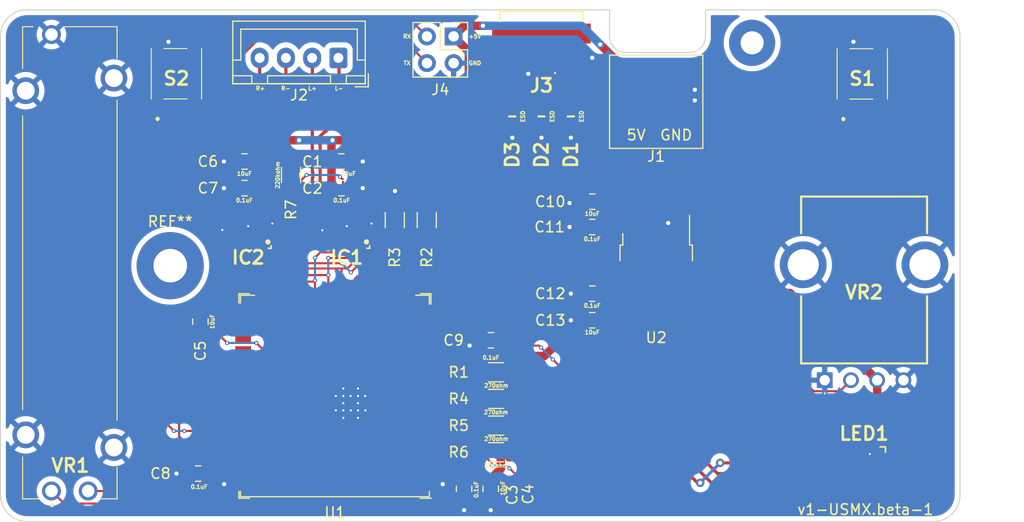
<source format=kicad_pcb>
(kicad_pcb (version 20211014) (generator pcbnew)
  (layers (0 "F.Cu" signal) (31 "B.Cu" signal) (34 "B.Paste" user) (35 "F.Paste" user) (36 "B.SilkS" user "B.Silkscreen") (37 "F.SilkS" user "F.Silkscreen") (38 "B.Mask" user) (39 "F.Mask" user) (44 "Edge.Cuts" user))
  (net 0 "")
  (net 1 "+5V")
  (net 2 "GND")
  (net 3 "+3.3V")
  (net 4 "/RESET")
  (net 7 "/RST_TO_PRGM")
  (net 8 "/GPIO19_USB_D-")
  (net 9 "/GPIO20_USB_D+")
  (net 12 "/DIN_GPIO12")
  (net 13 "/GAIN_SLOT")
  (net 14 "/SD_MODE_GPIO11")
  (net 15 "/LEFT_SPK-")
  (net 16 "/LEFT_SPK+")
  (net 17 "/LRCLK_GPIO14")
  (net 18 "/BCLK_GPIO13")
  (net 19 "Net-(IC2-Pad4)")
  (net 27 "/RIGHT_SPK-")
  (net 28 "/RIGHT_SPK+")
  (net 34 "/U0RXD_TX")
  (net 35 "/U0TXD_RX")
  (net 36 "Net-(LED1-Pad2)")
  (net 41 "Net-(LED1-Pad3)")
  (net 50 "Net-(LED1-Pad4)")
  (net 51 "/LED_BLUE_GPIO6")
  (net 53 "/LED_GREEN_GPIO5")
  (net 54 "/LED_RED_GPIO4")
  (net 59 "/S_POT_GPIO02")
  (net 61 "/V_POT_GPIO08")
  (footprint "Capacitor_SMD:C_0805_2012Metric" (layer "F.Cu") (at 154.94 100.965 180)
    (fp_text reference "C11")
    (fp_text value "0.1uF")
  )
  (footprint "Resistor_SMD:R_1206_3216Metric" (layer "F.Cu") (at 126.238 96.012 -90)
    (fp_text reference "R7")
    (fp_text value "220k_ohm")
  )
  (footprint "my-footprints:101181920002LF" (layer "F.Cu") (at 150.104 82.9056 180)
    (fp_text reference "J3")
    (fp_text value "10118192-0002LF" hide)
  )
  (footprint "MAX98357AETE+T:QFN50P300X300X80-17N" (layer "F.Cu") (at 131.55 100.884 180)
    (fp_text reference "IC1")
    (fp_text value "MAX98357AETE+T (L)" hide)
  )
  (footprint "Espressif:ESP32-S3-WROOM-1U" (layer "F.Cu") (at 130.42 117.216 180)
    (fp_text reference "U1")
    (fp_text value "ESP32-S3-WROOM-1")
  )
  (footprint "Capacitor_SMD:C_0805_2012Metric" (layer "F.Cu") (at 117.602 109.982 90)
    (fp_text reference "C5")
    (fp_text value "10uF")
  )
  (footprint "Capacitor_SMD:C_0805_2012Metric" (layer "F.Cu") (at 154.94 109.855 180)
    (fp_text reference "C13")
    (fp_text value "10uF")
  )
  (footprint "Resistor_SMD:R_1206_3216Metric" (layer "F.Cu") (at 136.122 100.31 -90)
    (fp_text reference "R3")
    (fp_text value "GAIN SELECT LOW")
  )
  (footprint "my-footprints:PTA30432015DPB104" (layer "F.Cu") (at 103.406 126.123 90)
    (fp_text reference "VR1")
    (fp_text value "PTA3043-2015DPB104" hide)
  )
  (footprint "my-footprints:CUSTOM_5V_SOLDER_PADS" (layer "F.Cu") (at 160.401 88.392)
    (fp_text reference "J1")
    (fp_text value "+5v_POWER")
  )
  (footprint "Capacitor_SMD:C_0805_2012Metric" (layer "F.Cu") (at 154.94 107.315 180)
    (fp_text reference "C12")
    (fp_text value "0.1uF")
  )
  (footprint "Resistor_SMD:R_1206_3216Metric" (layer "F.Cu") (at 139.17 100.31 -90)
    (fp_text reference "R2")
    (fp_text value "GAIN SELECT HIGH")
  )
  (footprint "Capacitor_SMD:C_0805_2012Metric" (layer "F.Cu") (at 131.042 97.262)
    (fp_text reference "C2")
    (fp_text value "0.1uF")
  )
  (footprint "my-footprints:PTS526SM08SMTR2LFS" (layer "F.Cu") (at 115.316 86.36 90)
    (fp_text reference "S2")
    (fp_text value "PTS526_SM08_SMTR2_LFS" hide)
  )
  (footprint "Capacitor_SMD:C_0805_2012Metric" (layer "F.Cu") (at 117.392 124.46 180)
    (fp_text reference "C8")
    (fp_text value "0.1uF")
  )
  (footprint "Capacitor_SMD:C_0805_2012Metric" (layer "F.Cu") (at 121.807 94.722 180)
    (fp_text reference "C6")
    (fp_text value "10uF")
  )
  (footprint "" (layer "F.Cu") (at 170.18 83.4136)
    (fp_text reference "")
    (fp_text value "")
  )
  (footprint "my-footprints:PTS526SM08SMTR2LFS" (layer "F.Cu") (at 180.675 86.375 90)
    (fp_text reference "S1")
    (fp_text value "PTS526_SM08_SMTR2_LFS" hide)
  )
  (footprint "MAX98357AETE+T:QFN50P300X300X80-17N" (layer "F.Cu") (at 122.156 100.884 180)
    (fp_text reference "IC2")
    (fp_text value "MAX98357AETE+T (R)" hide)
  )
  (footprint "Resistor_SMD:R_1206_3216Metric" (layer "F.Cu") (at 145.774 122.428 180)
    (fp_text reference "R6")
    (fp_text value "10k_ohm")
  )
  (footprint "my-footprints:DIONC1608X70N" (layer "F.Cu") (at 147.32 90.424 -90)
    (fp_text reference "D3")
    (fp_text value "GG060305100N2P" hide)
  )
  (footprint "Capacitor_SMD:C_0805_2012Metric" (layer "F.Cu") (at 121.807 97.262 180)
    (fp_text reference "C7")
    (fp_text value "0.1uF")
  )
  (footprint "my-footprints:P110KH10F15BR10K" (layer "F.Cu") (at 177.098 115.563)
    (fp_text reference "VR2")
    (fp_text value "P110KH1-0F15BR10K" hide)
  )
  (footprint "Resistor_SMD:R_1206_3216Metric" (layer "F.Cu") (at 145.774 117.348)
    (fp_text reference "R4")
    (fp_text value "270ohm")
  )
  (footprint "Capacitor_SMD:C_0805_2012Metric" (layer "F.Cu") (at 145.266 125.918 -90)
    (fp_text reference "C4")
    (fp_text value "10uF")
  )
  (footprint "Package_TO_SOT_SMD:TO-252-2" (layer "F.Cu") (at 161.036 105.156 -90)
    (fp_text reference "U2")
    (fp_text value "AZ1084-3.3")
  )
  (footprint "Connector_PinHeader_2.54mm:PinHeader_2x02_P2.54mm_Vertical" (layer "F.Cu") (at 141.732 82.804 -90)
    (fp_text reference "J4")
    (fp_text value "Serial_Breakout")
  )
  (footprint "my-footprints:DIONC1608X70N" (layer "F.Cu") (at 152.908 90.424 -90)
    (fp_text reference "D1")
    (fp_text value "GG060305100N2P" hide)
  )
  (footprint "Capacitor_SMD:C_0805_2012Metric" (layer "F.Cu") (at 131.042 94.722)
    (fp_text reference "C1")
    (fp_text value "10uF")
  )
  (footprint "Capacitor_SMD:C_0805_2012Metric" (layer "F.Cu") (at 145.288 111.76 180)
    (fp_text reference "C9")
    (fp_text value "0.1uF")
  )
  (footprint "Connector_JST:JST_XH_B4B-XH-A_1x04_P2.50mm_Vertical" (layer "F.Cu") (at 130.75 84.853 180)
    (fp_text reference "J2")
    (fp_text value "Conn_01x04")
  )
  (footprint "MountingHole:MountingHole_3.2mm_M3_Pad" (layer "F.Cu") (at 114.72472 104.648)
    (fp_text reference "REF**")
    (fp_text value "MountingHole_3.2mm_M3_Pad")
  )
  (footprint "Capacitor_SMD:C_0805_2012Metric" (layer "F.Cu") (at 142.726 125.918 -90)
    (fp_text reference "C3")
    (fp_text value "0.1uF")
  )
  (footprint "Resistor_SMD:R_1206_3216Metric" (layer "F.Cu") (at 145.774 114.808)
    (fp_text reference "R1")
    (fp_text value "270ohm")
  )
  (footprint "Capacitor_SMD:C_0805_2012Metric" (layer "F.Cu") (at 154.94 98.552 180)
    (fp_text reference "C10")
    (fp_text value "10uF")
  )
  (footprint "my-footprints:DIONC1608X70N" (layer "F.Cu") (at 150.104 90.424 -90)
    (fp_text reference "D2")
    (fp_text value "GG060305100N2P" hide)
  )
  (footprint "Resistor_SMD:R_1206_3216Metric" (layer "F.Cu") (at 145.774 119.888)
    (fp_text reference "R5")
    (fp_text value "270ohm")
  )
  (footprint "CLMVC-FKA-CL1D1L71BB7C3C3:CLMVCFKACL1D1L71BB7C3C3" (layer "F.Cu") (at 180.848 124.206 90)
    (fp_text reference "LED1")
    (fp_text value "CLMVC-FKA-CL1D1L71BB7C3C3" hide)
  )
  (gr_line (start 182.88 121.92) (end 182.88 122.428) (layer "F.SilkS") (width 0.15))
  (gr_line (start 182.372 121.92) (end 182.88 121.92) (layer "F.SilkS") (width 0.15))
  (gr_line (start 133.731 102.743) (end 133.731 102.997) (layer "F.SilkS") (width 0.15))
  (gr_line (start 124.333 102.997) (end 124.079 102.997) (layer "F.SilkS") (width 0.15))
  (gr_line (start 133.731 102.997) (end 133.477 102.997) (layer "F.SilkS") (width 0.15))
  (gr_line (start 124.333 102.743) (end 124.333 102.997) (layer "F.SilkS") (width 0.15))
  (gr_line (start 156.591 82.804) (end 156.591 80.264) (layer "Edge.Cuts") (width 0.1))
  (gr_line (start 164.211 84.328) (end 158.115 84.328) (layer "Edge.Cuts") (width 0.1))
  (gr_line (start 189.992 82.804) (end 189.992 126.492) (layer "Edge.Cuts") (width 0.1))
  (gr_line (start 156.591 80.264) (end 101.091999 80.264) (layer "Edge.Cuts") (width 0.1))
  (gr_arc (start 98.551999 82.804) (mid 99.295948 81.007948) (end 101.091999 80.263999) (layer "Edge.Cuts") (width 0.1))
  (gr_arc (start 187.452 80.264) (mid 189.248051 81.007949) (end 189.992 82.804) (layer "Edge.Cuts") (width 0.1))
  (gr_arc (start 101.091999 129.032) (mid 99.295948 128.288051) (end 98.552 126.492) (layer "Edge.Cuts") (width 0.1))
  (gr_arc (start 189.992 126.492) (mid 189.248051 128.288051) (end 187.452 129.032) (layer "Edge.Cuts") (width 0.1))
  (gr_arc (start 158.115 84.328) (mid 157.037369 83.881631) (end 156.591 82.804) (layer "Edge.Cuts") (width 0.1))
  (gr_line (start 101.091999 129.032) (end 187.452 129.031999) (layer "Edge.Cuts") (width 0.1))
  (gr_line (start 165.735 82.804) (end 165.735 80.264) (layer "Edge.Cuts") (width 0.1))
  (gr_line (start 98.551999 82.804) (end 98.552 126.492) (layer "Edge.Cuts") (width 0.1))
  (gr_arc (start 165.735 82.804) (mid 165.288631 83.881631) (end 164.211 84.328) (layer "Edge.Cuts") (width 0.1))
  (gr_line (start 187.452 80.264) (end 165.735 80.264) (layer "Edge.Cuts") (width 0.1))
  (gr_text "+5V" (at 143.764 82.804) (layer "F.SilkS") (effects (font (size 0.381 0.381) (thickness 0.09525))))
  (gr_text "ESD" (at 151.13 90.424 90) (layer "F.SilkS") (effects (font (size 0.381 0.381) (thickness 0.09525))))
  (gr_text "10uF" (at 118.745 109.982 90) (layer "F.SilkS") (effects (font (size 0.381 0.381) (thickness 0.09525))))
  (gr_text "270ohm" (at 145.796 121.158) (layer "F.SilkS") (effects (font (size 0.381 0.381) (thickness 0.09525))))
  (gr_text "L-" (at 130.81 87.757) (layer "F.SilkS") (effects (font (size 0.381 0.381) (thickness 0.09525))))
  (gr_text "220kohm" (at 124.968 96.012 90) (layer "F.SilkS") (effects (font (size 0.381 0.381) (thickness 0.09525))))
  (gr_text "L+" (at 128.27 87.757) (layer "F.SilkS") (effects (font (size 0.381 0.381) (thickness 0.09525))))
  (gr_text "10uF" (at 121.793 95.885) (layer "F.SilkS") (effects (font (size 0.381 0.381) (thickness 0.09525))))
  (gr_text "10uF" (at 146.431 125.857 90) (layer "F.SilkS") (effects (font (size 0.381 0.381) (thickness 0.09525))))
  (gr_text "10uF" (at 154.94 110.998) (layer "F.SilkS") (effects (font (size 0.381 0.381) (thickness 0.09525))))
  (gr_text "ESD" (at 148.336 90.424 90) (layer "F.SilkS") (effects (font (size 0.381 0.381) (thickness 0.09525))))
  (gr_text "RX" (at 137.287 82.804) (layer "F.SilkS") (effects (font (size 0.381 0.381) (thickness 0.09525))))
  (gr_text "10uF" (at 131.699 95.885) (layer "F.SilkS") (effects (font (size 0.381 0.381) (thickness 0.09525))))
  (gr_text "R+" (at 123.317 87.757) (layer "F.SilkS") (effects (font (size 0.381 0.381) (thickness 0.09525))))
  (gr_text "0.1uF" (at 131.064 98.425) (layer "F.SilkS") (effects (font (size 0.381 0.381) (thickness 0.09525))))
  (gr_text "270ohm" (at 145.796 116.078) (layer "F.SilkS") (effects (font (size 0.381 0.381) (thickness 0.09525))))
  (gr_text "ESD" (at 153.924 90.424 90) (layer "F.SilkS") (effects (font (size 0.381 0.381) (thickness 0.09525))))
  (gr_text "0.1uF" (at 145.288 113.411) (layer "F.SilkS") (effects (font (size 0.381 0.381) (thickness 0.09525))))
  (gr_text "0.1uF" (at 117.475 125.73) (layer "F.SilkS") (effects (font (size 0.381 0.381) (thickness 0.09525))))
  (gr_text "10kohm" (at 145.796 123.698) (layer "F.SilkS") (effects (font (size 0.381 0.381) (thickness 0.09525))))
  (gr_text "0.1uF" (at 121.793 98.425) (layer "F.SilkS") (effects (font (size 0.381 0.381) (thickness 0.09525))))
  (gr_text "0.1uF" (at 154.94 102.108) (layer "F.SilkS") (effects (font (size 0.381 0.381) (thickness 0.09525))))
  (gr_text "0.1uF" (at 143.891 125.984 90) (layer "F.SilkS") (effects (font (size 0.381 0.381) (thickness 0.09525))))
  (gr_text "TX" (at 137.287 85.344) (layer "F.SilkS") (effects (font (size 0.381 0.381) (thickness 0.09525))))
  (gr_text "0.1uF" (at 154.94 108.458) (layer "F.SilkS") (effects (font (size 0.381 0.381) (thickness 0.09525))))
  (gr_text "v1-USMX.beta-1" (at 180.975 127.889) (layer "F.SilkS") (effects (font (size 1 1))))
  (gr_text "GND" (at 143.764 85.344) (layer "F.SilkS") (effects (font (size 0.381 0.381) (thickness 0.09525))))
  (gr_text "10uF" (at 154.94 99.695) (layer "F.SilkS") (effects (font (size 0.381 0.381) (thickness 0.09525))))
  (gr_text "270ohm" (at 145.774 118.618) (layer "F.SilkS") (effects (font (size 0.381 0.381) (thickness 0.09525))))
  (gr_text "R-" (at 125.73 87.757) (layer "F.SilkS") (effects (font (size 0.381 0.381) (thickness 0.09525))))
  (segment (start 143.383 94.6345) (end 139.17 98.8475) (width 0.8) (layer "F.Cu") (net 1))
  (segment (start 151.554 86.317) (end 151.554 85.979) (width 0.8) (layer "F.Cu") (net 1))
  (segment (start 124.78 92.699) (end 122.757 94.722) (width 0.8) (layer "F.Cu") (net 1))
  (segment (start 159.131 88.392) (end 157.899 89.624) (width 0.8) (layer "F.Cu") (net 1))
  (segment (start 121.406 99.193) (end 121.406 99.434) (width 0.3) (layer "F.Cu") (net 1))
  (segment (start 130.186 92.699) (end 137.044 92.699) (width 0.8) (layer "F.Cu") (net 1))
  (segment (start 130.092 97.262) (end 130.092 97.602) (width 0.8) (layer "F.Cu") (net 1))
  (segment (start 131.064 99.434) (end 130.092 98.462) (width 0.6) (layer "F.Cu") (net 1))
  (segment (start 159.131 95.819) (end 159.131 88.392) (width 0.8) (layer "F.Cu") (net 1))
  (segment (start 131.064 99.434) (end 131.1732 99.434) (width 0.6) (layer "F.Cu") (net 1))
  (segment (start 121.906 99.434) (end 121.906 98.56) (width 0.3) (layer "F.Cu") (net 1))
  (segment (start 121.539 98.911) (end 121.539 99.06) (width 0.7) (layer "F.Cu") (net 1))
  (segment (start 159.131 86.995) (end 159.131 88.392) (width 0.8) (layer "F.Cu") (net 1))
  (segment (start 143.182 84.254) (end 143.032 84.104) (width 0.8) (layer "F.Cu") (net 1))
  (segment (start 127.011 92.699) (end 124.78 92.699) (width 0.8) (layer "F.Cu") (net 1))
  (segment (start 151.511 86.36) (end 151.554 86.317) (width 0.8) (layer "F.Cu") (net 1))
  (segment (start 155.89 100.965) (end 157.099 100.965) (width 0.8) (layer "F.Cu") (net 1))
  (segment (start 141.732 82.804) (end 143.032 84.104) (width 0.8) (layer "F.Cu") (net 1))
  (segment (start 122.757 97.693) (end 121.539 98.911) (width 0.7) (layer "F.Cu") (net 1))
  (segment (start 152.273 88.989) (end 152.273 87.122) (width 0.8) (layer "F.Cu") (net 1))
  (segment (start 143.182 86.561) (end 143.182 84.254) (width 0.8) (layer "F.Cu") (net 1))
  (segment (start 155.702 83.566) (end 159.131 86.995) (width 0.8) (layer "F.Cu") (net 1))
  (segment (start 143.383 84.455) (end 143.383 94.6345) (width 0.8) (layer "F.Cu") (net 1))
  (segment (start 156.398 98.552) (end 159.131 95.819) (width 0.8) (layer "F.Cu") (net 1))
  (segment (start 121.539 99.06) (end 121.406 99.193) (width 0.3) (layer "F.Cu") (net 1))
  (segment (start 143.032 84.104) (end 143.383 84.455) (width 0.8) (layer "F.Cu") (net 1))
  (segment (start 157.899 89.624) (end 152.908 89.624) (width 0.8) (layer "F.Cu") (net 1))
  (segment (start 152.908 89.624) (end 152.273 88.989) (width 0.8) (layer "F.Cu") (net 1))
  (segment (start 122.757 97.262) (end 122.757 97.693) (width 0.8) (layer "F.Cu") (net 1))
  (segment (start 157.108 100.956) (end 158.756 100.956) (width 0.8) (layer "F.Cu") (net 1))
  (segment (start 122.757 94.722) (end 122.757 97.262) (width 0.8) (layer "F.Cu") (net 1))
  (segment (start 130.092 94.722) (end 130.092 97.262) (width 0.8) (layer "F.Cu") (net 1))
  (segment (start 142.748 81.788) (end 141.732 82.804) (width 0.8) (layer "F.Cu") (net 1))
  (segment (start 130.186 92.699) (end 130.092 92.793) (width 0.8) (layer "F.Cu") (net 1))
  (segment (start 152.273 87.122) (end 151.511 86.36) (width 0.8) (layer "F.Cu") (net 1))
  (segment (start 137.044 92.699) (end 143.182 86.561) (width 0.8) (layer "F.Cu") (net 1))
  (segment (start 144.526 81.788) (end 142.748 81.788) (width 0.8) (layer "F.Cu") (net 1))
  (segment (start 155.89 98.552) (end 155.89 100.965) (width 0.8) (layer "F.Cu") (net 1))
  (segment (start 157.099 100.965) (end 157.108 100.956) (width 0.8) (layer "F.Cu") (net 1))
  (segment (start 130.092 92.793) (end 130.092 94.722) (width 0.8) (layer "F.Cu") (net 1))
  (segment (start 155.89 98.552) (end 156.398 98.552) (width 0.8) (layer "F.Cu") (net 1))
  (segment (start 130.092 98.462) (end 130.092 97.602) (width 0.6) (layer "F.Cu") (net 1))
  (segment (start 151.554 85.979) (end 151.554 85.217) (width 0.8) (layer "F.Cu") (net 1))
  (via (at 144.526 81.788) (size 0.8) (drill 0.4) (layers "F.Cu" "B.Cu") (net 1))
  (via (at 127.011 92.699) (size 0.8) (drill 0.4) (layers "F.Cu" "B.Cu") (net 1))
  (via (at 155.702 83.566) (size 0.8) (drill 0.4) (layers "F.Cu" "B.Cu") (net 1))
  (via (at 130.186 92.699) (size 0.8) (drill 0.4) (layers "F.Cu" "B.Cu") (net 1))
  (segment (start 153.924 81.788) (end 155.702 83.566) (width 0.8) (layer "B.Cu") (net 1))
  (segment (start 130.186 92.699) (end 127.011 92.699) (width 0.8) (layer "B.Cu") (net 1))
  (segment (start 144.526 81.788) (end 153.924 81.788) (width 0.8) (layer "B.Cu") (net 1))
  (segment (start 131.2198 118.4402) (end 130.5086 118.4402) (width 0.2) (layer "F.Cu") (net 2))
  (segment (start 145.266 126.868) (end 145.266 127.95) (width 0.8) (layer "F.Cu") (net 2))
  (segment (start 129.2227 101.2827) (end 129.3714 101.134) (width 0.3) (layer "F.Cu") (net 2))
  (segment (start 147.32 91.224) (end 147.32 92.456) (width 0.5) (layer "F.Cu") (net 2))
  (segment (start 131.8 103.2564) (end 131.8 102.334) (width 0.3) (layer "F.Cu") (net 2))
  (segment (start 121.906 101.134) (end 122.156 100.884) (width 0.3) (layer "F.Cu") (net 2))
  (segment (start 148.59 86.106) (end 148.59 85.598) (width 0.8) (layer "F.Cu") (net 2))
  (segment (start 129.3714 101.134) (end 130.1 101.134) (width 0.3) (layer "F.Cu") (net 2))
  (segment (start 133.328 118.4402) (end 132.6168 118.4402) (width 0.2) (layer "F.Cu") (net 2))
  (segment (start 136.122 97.558) (end 136.144 97.536) (width 0.2) (layer "F.Cu") (net 2))
  (segment (start 122.406 101.134) (end 122.156 100.884) (width 0.3) (layer "F.Cu") (net 2))
  (segment (start 152.908 91.224) (end 152.908 92.456) (width 0.5) (layer "F.Cu") (net 2))
  (segment (start 133.3026 117.0686) (end 132.6168 117.0686) (width 0.2) (layer "F.Cu") (net 2))
  (segment (start 119.841 94.722) (end 120.857 94.722) (width 0.5) (layer "F.Cu") (net 2))
  (segment (start 133.0008 100.6348) (end 133 100.634) (width 0.3) (layer "F.Cu") (net 2))
  (segment (start 132.6168 117.0686) (end 132.6168 116.3574) (width 0.2) (layer "F.Cu") (net 2))
  (segment (start 115.316 124.46) (end 116.442 124.46) (width 0.2) (layer "F.Cu") (net 2))
  (segment (start 132.6168 118.4402) (end 132.6168 117.7544) (width 0.2) (layer "F.Cu") (net 2))
  (segment (start 123.6068 100.6348) (end 123.606 100.634) (width 0.3) (layer "F.Cu") (net 2))
  (segment (start 153.904 82.5306) (end 153.904 84.3806) (width 0.8) (layer "F.Cu") (net 2))
  (segment (start 148.904 82.5306) (end 151.304 82.5306) (width 0.8) (layer "F.Cu") (net 2))
  (segment (start 122.406 102.334) (end 122.406 101.134) (width 0.3) (layer "F.Cu") (net 2))
  (segment (start 114.506 83.36) (end 114.554 83.312) (width 0.2) (layer "F.Cu") (net 2))
  (segment (start 150.104 91.224) (end 150.104 92.456) (width 0.5) (layer "F.Cu") (net 2))
  (segment (start 133.9088 100.6348) (end 133.0008 100.6348) (width 0.3) (layer "F.Cu") (net 2))
  (segment (start 147.004 85.0806) (end 147.004 83.2306) (width 0.8) (layer "F.Cu") (net 2))
  (segment (start 131.2198 117.7544) (end 131.2198 117.0686) (width 0.2) (layer "F.Cu") (net 2))
  (segment (start 122.428 103.1748) (end 122.428 102.356) (width 0.3) (layer "F.Cu") (net 2))
  (segment (start 151.304 82.5306) (end 153.904 82.5306) (width 0.8) (layer "F.Cu") (net 2))
  (segment (start 132.6168 117.7544) (end 132.6168 117.0686) (width 0.2) (layer "F.Cu") (net 2))
  (segment (start 122.428 102.356) (end 122.406 102.334) (width 0.3) (layer "F.Cu") (net 2))
  (segment (start 162.184 100.584) (end 162.944 100.584) (width 0.5) (layer "F.Cu") (net 2))
  (segment (start 131.2198 118.4402) (end 131.2198 117.7544) (width 0.2) (layer "F.Cu") (net 2))
  (segment (start 148.59 85.09) (end 147.0134 85.09) (width 0.8) (layer "F.Cu") (net 2))
  (segment (start 163.449 88.9) (end 162.941 88.392) (width 0.8) (layer "F.Cu") (net 2))
  (segment (start 124.46 100.6348) (end 123.6068 100.6348) (width 0.3) (layer "F.Cu") (net 2))
  (segment (start 163.449 87.884) (end 162.941 88.392) (width 0.8) (layer "F.Cu") (net 2))
  (segment (start 152.908 107.315) (end 153.99 107.315) (width 0.5) (layer "F.Cu") (net 2))
  (segment (start 131.2198 119.1514) (end 131.2198 118.4402) (width 0.2) (layer "F.Cu") (net 2))
  (segment (start 152.781 100.965) (end 153.99 100.965) (width 0.5) (layer "F.Cu") (net 2))
  (segment (start 120.706 101.134) (end 121.906 101.134) (width 0.3) (layer "F.Cu") (net 2))
  (segment (start 178.888 83.312) (end 178.825 83.375) (width 0.25) (layer "F.Cu") (net 2))
  (segment (start 130.1 101.134) (end 131.3 101.134) (width 0.3) (layer "F.Cu") (net 2))
  (segment (start 154.6954 85.0806) (end 153.204 85.0806) (width 0.8) (layer "F.Cu") (net 2))
  (segment (start 131.992 94.722) (end 133.074 94.722) (width 0.8) (layer "F.Cu") (net 2))
  (segment (start 123.606 100.634) (end 122.406 100.634) (width 0.3) (layer "F.Cu") (net 2))
  (segment (start 121.67 125.476) (end 119.866 125.476) (width 0.8) (layer "F.Cu") (net 2))
  (segment (start 131.3 101.134) (end 131.55 100.884) (width 0.3) (layer "F.Cu") (net 2))
  (segment (start 131.2198 117.0686) (end 131.2198 116.3574) (width 0.2) (layer "F.Cu") (net 2))
  (segment (start 142.726 126.868) (end 142.726 127.95) (width 0.8) (layer "F.Cu") (net 2))
  (segment (start 119.841 97.262) (end 120.857 97.262) (width 0.5) (layer "F.Cu") (net 2))
  (segment (start 131.9056 117.0686) (end 131.2198 117.0686) (width 0.2) (layer "F.Cu") (net 2))
  (segment (start 132.6168 119.1514) (end 132.6168 118.4402) (width 0.2) (layer "F.Cu") (net 2))
  (segment (start 147.0134 85.09) (end 147.004 85.0806) (width 0.8) (layer "F.Cu") (net 2))
  (segment (start 139.17 125.476) (end 140.694 125.476) (width 0.8) (layer "F.Cu") (net 2))
  (segment (start 148.844 86.36) (end 148.59 86.106) (width 0.8) (layer "F.Cu") (net 2))
  (segment (start 132.6168 117.0686) (end 131.9056 117.0686) (width 0.2) (layer "F.Cu") (net 2))
  (segment (start 131.8 102.334) (end 131.8 101.134) (width 0.3) (layer "F.Cu") (net 2))
  (segment (start 136.122 98.8475) (end 136.122 97.558) (width 0.2) (layer "F.Cu") (net 2))
  (segment (start 164.719 88.9) (end 163.449 88.9) (width 0.8) (layer "F.Cu") (net 2))
  (segment (start 179.832 83.312) (end 178.888 83.312) (width 0.25) (layer "F.Cu") (net 2))
  (segment (start 131.2198 117.0686) (end 130.5086 117.0686) (width 0.2) (layer "F.Cu") (net 2))
  (segment (start 143.256 112.268) (end 143.83 112.268) (width 0.5) (layer "F.Cu") (net 2))
  (segment (start 132.6168 118.4402) (end 131.931 118.4402) (width 0.2) (layer "F.Cu") (net 2))
  (segment (start 164.719 87.884) (end 163.449 87.884) (width 0.8) (layer "F.Cu") (net 2))
  (segment (start 119.7952 101.134) (end 119.6848 101.2444) (width 0.3) (layer "F.Cu") (net 2))
  (segment (start 131.931 118.4402) (end 131.2198 118.4402) (width 0.2) (layer "F.Cu") (net 2))
  (segment (start 146.304 82.5306) (end 148.904 82.5306) (width 0.8) (layer "F.Cu") (net 2))
  (segment (start 143.83 112.268) (end 144.338 111.76) (width 0.5) (layer "F.Cu") (net 2))
  (segment (start 131.8 100.634) (end 131.55 100.884) (width 0.3) (layer "F.Cu") (net 2))
  (segment (start 147.004 83.2306) (end 146.304 82.5306) (width 0.8) (layer "F.Cu") (net 2))
  (segment (start 152.781 98.679) (end 152.908 98.552) (width 0.5) (layer "F.Cu") (net 2))
  (segment (start 154.94 84.836) (end 154.6954 85.0806) (width 0.8) (layer "F.Cu") (net 2))
  (segment (start 131.992 97.262) (end 133.074 97.262) (width 0.8) (layer "F.Cu") (net 2))
  (segment (start 133 100.634) (end 131.8 100.634) (width 0.3) (layer "F.Cu") (net 2))
  (segment (start 153.904 84.3806) (end 153.204 85.0806) (width 0.8) (layer "F.Cu") (net 2))
  (segment (start 152.908 98.552) (end 153.99 98.552) (width 0.5) (layer "F.Cu") (net 2))
  (segment (start 120.706 101.134) (end 119.7952 101.134) (width 0.3) (layer "F.Cu") (net 2))
  (segment (start 131.7522 103.3042) (end 131.8 103.2564) (width 0.3) (layer "F.Cu") (net 2))
  (segment (start 122.406 100.634) (end 122.156 100.884) (width 0.3) (layer "F.Cu") (net 2))
  (segment (start 113.466 83.36) (end 114.506 83.36) (width 0.2) (layer "F.Cu") (net 2))
  (segment (start 131.8 101.134) (end 131.55 100.884) (width 0.3) (layer "F.Cu") (net 2))
  (segment (start 152.908 109.855) (end 153.99 109.855) (width 0.5) (layer "F.Cu") (net 2))
  (via (at 150.104 92.456) (size 0.8) (drill 0.4) (layers "F.Cu" "B.Cu") (net 2))
  (via (at 131.2198 117.0686) (size 0.4) (drill 0.2) (layers "F.Cu" "B.Cu") (net 2))
  (via (at 142.726 127.95) (size 0.8) (drill 0.4) (layers "F.Cu" "B.Cu") (net 2))
  (via (at 119.866 125.476) (size 0.8) (drill 0.4) (layers "F.Cu" "B.Cu") (net 2))
  (via (at 131.55 100.884) (size 0.4) (drill 0.2) (layers "F.Cu" "B.Cu") (net 2))
  (via (at 143.256 112.268) (size 0.8) (drill 0.4) (layers "F.Cu" "B.Cu") (net 2))
  (via (at 114.554 83.312) (size 0.8) (drill 0.4) (layers "F.Cu" "B.Cu") (net 2))
  (via (at 119.841 97.262) (size 0.8) (drill 0.4) (layers "F.Cu" "B.Cu") (net 2))
  (via (at 147.32 92.456) (size 0.8) (drill 0.4) (layers "F.Cu" "B.Cu") (net 2))
  (via (at 119.841 94.722) (size 0.8) (drill 0.4) (layers "F.Cu" "B.Cu") (net 2))
  (via (at 132.6168 117.0686) (size 0.4) (drill 0.2) (layers "F.Cu" "B.Cu") (net 2))
  (via (at 122.428 103.1748) (size 0.4) (drill 0.2) (layers "F.Cu" "B.Cu") (net 2))
  (via (at 122.156 100.884) (size 0.4) (drill 0.2) (layers "F.Cu" "B.Cu") (net 2))
  (via (at 140.694 125.476) (size 0.8) (drill 0.4) (layers "F.Cu" "B.Cu") (net 2))
  (via (at 152.781 98.679) (size 0.8) (drill 0.4) (layers "F.Cu" "B.Cu") (net 2))
  (via (at 124.46 100.6348) (size 0.4) (drill 0.2) (layers "F.Cu" "B.Cu") (net 2))
  (via (at 162.184 100.584) (size 0.8) (drill 0.4) (layers "F.Cu" "B.Cu") (net 2))
  (via (at 164.719 87.884) (size 0.8) (drill 0.4) (layers "F.Cu" "B.Cu") (net 2))
  (via (at 133.3026 117.0686) (size 0.4) (drill 0.2) (layers "F.Cu" "B.Cu") (net 2))
  (via (at 130.5086 118.4402) (size 0.4) (drill 0.2) (layers "F.Cu" "B.Cu") (net 2))
  (via (at 131.7522 103.3042) (size 0.4) (drill 0.2) (layers "F.Cu" "B.Cu") (net 2))
  (via (at 131.931 118.4402) (size 0.4) (drill 0.2) (layers "F.Cu" "B.Cu") (net 2))
  (via (at 133.074 94.722) (size 0.8) (drill 0.4) (layers "F.Cu" "B.Cu") (net 2))
  (via (at 136.144 97.536) (size 0.8) (drill 0.4) (layers "F.Cu" "B.Cu") (net 2))
  (via (at 152.908 92.456) (size 0.8) (drill 0.4) (layers "F.Cu" "B.Cu") (net 2))
  (via (at 131.2198 119.1514) (size 0.4) (drill 0.2) (layers "F.Cu" "B.Cu") (net 2))
  (via (at 133.074 97.262) (size 0.8) (drill 0.4) (layers "F.Cu" "B.Cu") (net 2))
  (via (at 164.719 88.9) (size 0.8) (drill 0.4) (layers "F.Cu" "B.Cu") (net 2))
  (via (at 132.6168 116.3574) (size 0.4) (drill 0.2) (layers "F.Cu" "B.Cu") (net 2))
  (via (at 132.6168 118.4402) (size 0.4) (drill 0.2) (layers "F.Cu" "B.Cu") (net 2))
  (via (at 131.2198 118.4402) (size 0.4) (drill 0.2) (layers "F.Cu" "B.Cu") (net 2))
  (via (at 152.781 100.965) (size 0.8) (drill 0.4) (layers "F.Cu" "B.Cu") (net 2))
  (via (at 119.6848 101.2444) (size 0.4) (drill 0.2) (layers "F.Cu" "B.Cu") (net 2))
  (via (at 133.9088 100.6348) (size 0.4) (drill 0.2) (layers "F.Cu" "B.Cu") (net 2))
  (via (at 129.2227 101.2827) (size 0.4) (drill 0.2) (layers "F.Cu" "B.Cu") (net 2))
  (via (at 115.316 124.46) (size 0.8) (drill 0.4) (layers "F.Cu" "B.Cu") (net 2))
  (via (at 148.844 86.36) (size 0.8) (drill 0.4) (layers "F.Cu" "B.Cu") (net 2))
  (via (at 131.9056 117.0686) (size 0.4) (drill 0.2) (layers "F.Cu" "B.Cu") (net 2))
  (via (at 133.328 118.4402) (size 0.4) (drill 0.2) (layers "F.Cu" "B.Cu") (net 2))
  (via (at 132.6168 117.7544) (size 0.4) (drill 0.2) (layers "F.Cu" "B.Cu") (net 2))
  (via (at 131.2198 116.3574) (size 0.4) (drill 0.2) (layers "F.Cu" "B.Cu") (net 2))
  (via (at 145.266 127.95) (size 0.8) (drill 0.4) (layers "F.Cu" "B.Cu") (net 2))
  (via (at 130.5086 117.0686) (size 0.4) (drill 0.2) (layers "F.Cu" "B.Cu") (net 2))
  (via (at 179.832 83.312) (size 0.8) (drill 0.4) (layers "F.Cu" "B.Cu") (net 2))
  (via (at 131.2198 117.7544) (size 0.4) (drill 0.2) (layers "F.Cu" "B.Cu") (net 2))
  (via (at 154.94 84.836) (size 0.8) (drill 0.4) (layers "F.Cu" "B.Cu") (net 2))
  (via (at 152.908 109.855) (size 0.8) (drill 0.4) (layers "F.Cu" "B.Cu") (net 2))
  (via (at 132.6168 119.1514) (size 0.4) (drill 0.2) (layers "F.Cu" "B.Cu") (net 2))
  (via (at 152.908 107.315) (size 0.8) (drill 0.4) (layers "F.Cu" "B.Cu") (net 2))
  (segment (start 104.648 127.323) (end 135.313 127.323) (width 0.2) (layer "F.Cu") (net 3))
  (segment (start 135.313 127.323) (end 138.43 124.206) (width 0.2) (layer "F.Cu") (net 3))
  (segment (start 104.606 127.323) (end 104.648 127.323) (width 0.2) (layer "F.Cu") (net 3))
  (segment (start 103.406 126.123) (end 104.606 127.323) (width 0.2) (layer "F.Cu") (net 3))
  (segment (start 182.098 115.563) (end 182.098 122.756) (width 0.8) (layer "F.Cu") (net 3))
  (segment (start 141.898 124.206) (end 142.726 124.968) (width 0.8) (layer "F.Cu") (net 3))
  (segment (start 139.17 124.206) (end 141.898 124.206) (width 0.8) (layer "F.Cu") (net 3))
  (segment (start 138.43 124.206) (end 139.17 124.206) (width 0.2) (layer "F.Cu") (net 3))
  (segment (start 152.460371 111.18) (end 150.390277 113.250094) (width 0.8) (layer "F.Cu") (net 3))
  (segment (start 161.036 107.256) (end 173.791 107.256) (width 0.8) (layer "F.Cu") (net 3))
  (segment (start 150.390277 113.250094) (end 146.315906 113.250094) (width 0.8) (layer "F.Cu") (net 3))
  (segment (start 155.89 109.855) (end 155.89 109.882082) (width 0.8) (layer "F.Cu") (net 3))
  (segment (start 146.224 121.4155) (end 147.2365 122.428) (width 0.8) (layer "F.Cu") (net 3))
  (segment (start 155.89 109.882082) (end 154.592082 111.18) (width 0.8) (layer "F.Cu") (net 3))
  (segment (start 146.315906 113.250094) (end 145.52 114.046) (width 0.8) (layer "F.Cu") (net 3))
  (segment (start 146.224 121.4155) (end 146.224 124.01) (width 0.8) (layer "F.Cu") (net 3))
  (segment (start 155.89 107.315) (end 155.89 109.855) (width 0.8) (layer "F.Cu") (net 3))
  (segment (start 154.592082 111.18) (end 152.460371 111.18) (width 0.8) (layer "F.Cu") (net 3))
  (segment (start 142.726 124.968) (end 145.266 124.968) (width 0.8) (layer "F.Cu") (net 3))
  (segment (start 155.949 107.256) (end 155.89 107.315) (width 0.8) (layer "F.Cu") (net 3))
  (segment (start 173.791 107.256) (end 182.098 115.563) (width 0.8) (layer "F.Cu") (net 3))
  (segment (start 146.224 124.01) (end 145.266 124.968) (width 0.8) (layer "F.Cu") (net 3))
  (segment (start 145.52 120.7115) (end 146.224 121.4155) (width 0.8) (layer "F.Cu") (net 3))
  (segment (start 182.098 122.756) (end 181.398 123.456) (width 0.8) (layer "F.Cu") (net 3))
  (segment (start 161.036 107.256) (end 155.949 107.256) (width 0.8) (layer "F.Cu") (net 3))
  (segment (start 145.52 114.046) (end 145.52 120.7115) (width 0.8) (layer "F.Cu") (net 3))
  (segment (start 119.06 110.932) (end 117.602 110.932) (width 0.2) (layer "F.Cu") (net 4))
  (segment (start 181.864 126.492) (end 186.436 121.92) (width 0.2) (layer "F.Cu") (net 4))
  (segment (start 183.388 90.238) (end 182.525 89.375) (width 0.2) (layer "F.Cu") (net 4))
  (segment (start 145.414918 123.531418) (end 144.3115 122.428) (width 0.2) (layer "F.Cu") (net 4))
  (segment (start 183.388 111.252) (end 183.388 90.238) (width 0.2) (layer "F.Cu") (net 4))
  (segment (start 186.436 114.3) (end 183.388 111.252) (width 0.2) (layer "F.Cu") (net 4))
  (segment (start 186.436 121.92) (end 186.436 114.3) (width 0.2) (layer "F.Cu") (net 4))
  (segment (start 124.206 117.221) (end 129.921 122.936) (width 0.2) (layer "F.Cu") (net 4))
  (segment (start 143.8035 122.936) (end 144.3115 122.428) (width 0.2) (layer "F.Cu") (net 4))
  (segment (start 147.044 123.952) (end 149.584 126.492) (width 0.2) (layer "F.Cu") (net 4))
  (segment (start 145.414918 123.688418) (end 145.414918 123.531418) (width 0.2) (layer "F.Cu") (net 4))
  (segment (start 120.142 112.014) (end 119.06 110.932) (width 0.2) (layer "F.Cu") (net 4))
  (segment (start 122.936 112.014) (end 124.206 113.284) (width 0.2) (layer "F.Cu") (net 4))
  (segment (start 124.206 113.284) (end 124.206 117.221) (width 0.2) (layer "F.Cu") (net 4))
  (segment (start 143.234 122.936) (end 143.8035 122.936) (width 0.2) (layer "F.Cu") (net 4))
  (segment (start 149.584 126.492) (end 181.864 126.492) (width 0.2) (layer "F.Cu") (net 4))
  (segment (start 139.17 122.936) (end 143.234 122.936) (width 0.2) (layer "F.Cu") (net 4))
  (segment (start 129.921 122.936) (end 139.17 122.936) (width 0.2) (layer "F.Cu") (net 4))
  (via (at 120.142 112.014) (size 0.4) (drill 0.2) (layers "F.Cu" "B.Cu") (net 4))
  (via (at 147.044 123.952) (size 0.4) (drill 0.2) (layers "F.Cu" "B.Cu") (net 4))
  (via (at 145.414918 123.688418) (size 0.4) (drill 0.2) (layers "F.Cu" "B.Cu") (net 4))
  (via (at 122.936 112.014) (size 0.4) (drill 0.2) (layers "F.Cu" "B.Cu") (net 4))
  (segment (start 122.936 112.014) (end 120.142 112.014) (width 0.2) (layer "B.Cu") (net 4))
  (segment (start 146.780418 123.688418) (end 147.044 123.952) (width 0.2) (layer "B.Cu") (net 4))
  (segment (start 145.414918 123.688418) (end 146.780418 123.688418) (width 0.2) (layer "B.Cu") (net 4))
  (segment (start 117.166 100.491) (end 119.15 102.475) (width 0.2) (layer "F.Cu") (net 7))
  (segment (start 119.15 102.475) (end 119.15 107.484) (width 0.2) (layer "F.Cu") (net 7))
  (segment (start 119.15 107.484) (end 117.602 109.032) (width 0.2) (layer "F.Cu") (net 7))
  (segment (start 117.602 109.032) (end 121.604 109.032) (width 0.2) (layer "F.Cu") (net 7))
  (segment (start 117.166 89.36) (end 117.166 100.491) (width 0.2) (layer "F.Cu") (net 7))
  (segment (start 121.604 109.032) (end 121.67 108.966) (width 0.2) (layer "F.Cu") (net 7))
  (segment (start 140.12 110.236) (end 150.876 99.48) (width 0.2) (layer "F.Cu") (net 8))
  (segment (start 150.876 99.48) (end 150.876 93.911) (width 0.2) (layer "F.Cu") (net 8))
  (segment (start 150.879 90.399) (end 150.104 89.624) (width 0.2) (layer "F.Cu") (net 8))
  (segment (start 150.879 93.911) (end 150.879 90.399) (width 0.2) (layer "F.Cu") (net 8))
  (segment (start 150.754 85.2056) (end 150.754 88.974) (width 0.2) (layer "F.Cu") (net 8))
  (segment (start 150.754 88.974) (end 150.104 89.624) (width 0.2) (layer "F.Cu") (net 8))
  (segment (start 139.17 110.236) (end 140.12 110.236) (width 0.2) (layer "F.Cu") (net 8))
  (segment (start 148.082 91.937) (end 148.095 91.924) (width 0.2) (layer "F.Cu") (net 9))
  (segment (start 139.954 108.966) (end 148.082 100.838) (width 0.2) (layer "F.Cu") (net 9))
  (segment (start 150.104 85.2056) (end 150.104 86.84) (width 0.2) (layer "F.Cu") (net 9))
  (segment (start 148.095 91.924) (end 148.095 90.399) (width 0.2) (layer "F.Cu") (net 9))
  (segment (start 139.17 108.966) (end 139.954 108.966) (width 0.2) (layer "F.Cu") (net 9))
  (segment (start 150.104 86.84) (end 147.32 89.624) (width 0.2) (layer "F.Cu") (net 9))
  (segment (start 148.095 90.399) (end 147.32 89.624) (width 0.2) (layer "F.Cu") (net 9))
  (segment (start 148.082 100.838) (end 148.082 91.937) (width 0.2) (layer "F.Cu") (net 9))
  (segment (start 123.606 102.778) (end 123.606 101.634) (width 0.2) (layer "F.Cu") (net 12))
  (segment (start 131.055 107.716) (end 131.055 104.917502) (width 0.2) (layer "F.Cu") (net 12))
  (segment (start 131.055 104.917502) (end 125.745502 104.917502) (width 0.2) (layer "F.Cu") (net 12))
  (segment (start 133 103.528893) (end 133 101.634) (width 0.2) (layer "F.Cu") (net 12))
  (segment (start 131.055 104.917502) (end 131.611391 104.917502) (width 0.2) (layer "F.Cu") (net 12))
  (segment (start 125.745502 104.917502) (end 123.606 102.778) (width 0.2) (layer "F.Cu") (net 12))
  (segment (start 131.611391 104.917502) (end 133 103.528893) (width 0.2) (layer "F.Cu") (net 12))
  (segment (start 133 101.134) (end 133.0596 101.1936) (width 0.2) (layer "F.Cu") (net 13))
  (segment (start 126.770002 104.418002) (end 124.3078 101.9558) (width 0.2) (layer "F.Cu") (net 13))
  (segment (start 124.2346 101.134) (end 123.606 101.134) (width 0.2) (layer "F.Cu") (net 13))
  (segment (start 131.945505 105.288808) (end 135.461813 101.7725) (width 0.2) (layer "F.Cu") (net 13))
  (segment (start 133.0596 101.1936) (end 135.5431 101.1936) (width 0.2) (layer "F.Cu") (net 13))
  (segment (start 131.064 104.418002) (end 126.770002 104.418002) (width 0.2) (layer "F.Cu") (net 13))
  (segment (start 124.3078 101.2072) (end 124.2346 101.134) (width 0.2) (layer "F.Cu") (net 13))
  (segment (start 135.461813 101.7725) (end 136.122 101.7725) (width 0.2) (layer "F.Cu") (net 13))
  (segment (start 135.5431 101.1936) (end 136.122 101.7725) (width 0.2) (layer "F.Cu") (net 13))
  (segment (start 124.3078 101.9558) (end 124.3078 101.2072) (width 0.2) (layer "F.Cu") (net 13))
  (segment (start 136.122 101.7725) (end 139.17 101.7725) (width 0.2) (layer "F.Cu") (net 13))
  (via (at 131.064 104.418002) (size 0.4) (drill 0.2) (layers "F.Cu" "B.Cu") (net 13))
  (via (at 131.945505 105.288808) (size 0.4) (drill 0.2) (layers "F.Cu" "B.Cu") (net 13))
  (segment (start 131.064 104.418002) (end 131.074699 104.418002) (width 0.2) (layer "B.Cu") (net 13))
  (segment (start 131.074699 104.418002) (end 131.945505 105.288808) (width 0.2) (layer "B.Cu") (net 13))
  (segment (start 133 98.817183) (end 133 100.134) (width 0.2) (layer "F.Cu") (net 14))
  (segment (start 140.345 101.232183) (end 140.345 102.312817) (width 0.2) (layer "F.Cu") (net 14))
  (segment (start 131.514183 98.287) (end 132.469817 98.287) (width 0.2) (layer "F.Cu") (net 14))
  (segment (start 127.7005 96.012) (end 126.238 97.4745) (width 0.2) (layer "F.Cu") (net 14))
  (segment (start 137.627 102.635) (end 134.598 105.664) (width 0.2) (layer "F.Cu") (net 14))
  (segment (start 132.469817 98.287) (end 133 98.817183) (width 0.2) (layer "F.Cu") (net 14))
  (segment (start 134.598 105.664) (end 132.566 105.664) (width 0.2) (layer "F.Cu") (net 14))
  (segment (start 139.188817 100.076) (end 140.345 101.232183) (width 0.2) (layer "F.Cu") (net 14))
  (segment (start 131.192 96.4625) (end 131.192 97.964817) (width 0.2) (layer "F.Cu") (net 14))
  (segment (start 133.058 100.076) (end 139.188817 100.076) (width 0.2) (layer "F.Cu") (net 14))
  (segment (start 130.90275 96.17325) (end 131.192 96.4625) (width 0.2) (layer "F.Cu") (net 14))
  (segment (start 133 100.134) (end 133.058 100.076) (width 0.2) (layer "F.Cu") (net 14))
  (segment (start 127.7205 96.012) (end 127.7005 96.012) (width 0.2) (layer "F.Cu") (net 14))
  (segment (start 132.325 105.905) (end 132.325 107.716) (width 0.2) (layer "F.Cu") (net 14))
  (segment (start 140.345 102.312817) (end 140.022817 102.635) (width 0.2) (layer "F.Cu") (net 14))
  (segment (start 132.566 105.664) (end 132.325 105.905) (width 0.2) (layer "F.Cu") (net 14))
  (segment (start 140.022817 102.635) (end 137.627 102.635) (width 0.2) (layer "F.Cu") (net 14))
  (segment (start 131.192 97.964817) (end 131.514183 98.287) (width 0.2) (layer "F.Cu") (net 14))
  (via (at 127.7205 96.012) (size 0.4) (drill 0.2) (layers "F.Cu" "B.Cu") (net 14))
  (via (at 130.90275 96.17325) (size 0.4) (drill 0.2) (layers "F.Cu" "B.Cu") (net 14))
  (segment (start 130.7415 96.012) (end 130.90275 96.17325) (width 0.2) (layer "B.Cu") (net 14))
  (segment (start 127.7205 96.012) (end 130.7415 96.012) (width 0.2) (layer "B.Cu") (net 14))
  (segment (start 129.0095 93.080371) (end 128.9595 93.030371) (width 0.3) (layer "F.Cu") (net 15))
  (segment (start 129.667 99.701) (end 129.667 99.695) (width 0.3) (layer "F.Cu") (net 15))
  (segment (start 129.0095 99.0375) (end 129.0095 93.080371) (width 0.3) (layer "F.Cu") (net 15))
  (segment (start 128.9595 92.367629) (end 129.428129 91.899) (width 0.3) (layer "F.Cu") (net 15))
  (segment (start 130.1 100.134) (end 129.667 99.701) (width 0.3) (layer "F.Cu") (net 15))
  (segment (start 129.667 99.695) (end 129.0095 99.0375) (width 0.3) (layer "F.Cu") (net 15))
  (segment (start 129.428129 91.899) (end 129.498839 91.899) (width 0.3) (layer "F.Cu") (net 15))
  (segment (start 128.9595 93.030371) (end 128.9595 92.367629) (width 0.3) (layer "F.Cu") (net 15))
  (segment (start 129.498839 91.899) (end 130.81 90.587839) (width 0.3) (layer "F.Cu") (net 15))
  (segment (start 130.81 90.587839) (end 130.81 84.913) (width 0.3) (layer "F.Cu") (net 15))
  (segment (start 130.81 84.913) (end 130.75 84.853) (width 0.3) (layer "F.Cu") (net 15))
  (segment (start 129.286 100.457) (end 128.27 99.441) (width 0.3) (layer "F.Cu") (net 16))
  (segment (start 128.27 84.873) (end 128.25 84.853) (width 0.3) (layer "F.Cu") (net 16))
  (segment (start 128.27 95.712971) (end 128.27 84.873) (width 0.3) (layer "F.Cu") (net 16))
  (segment (start 128.27 99.441) (end 128.27 96.311029) (width 0.3) (layer "F.Cu") (net 16))
  (segment (start 130.1 100.634) (end 129.463 100.634) (width 0.3) (layer "F.Cu") (net 16))
  (segment (start 128.3205 96.260529) (end 128.3205 95.763471) (width 0.3) (layer "F.Cu") (net 16))
  (segment (start 129.463 100.634) (end 129.286 100.457) (width 0.3) (layer "F.Cu") (net 16))
  (segment (start 128.27 96.311029) (end 128.3205 96.260529) (width 0.3) (layer "F.Cu") (net 16))
  (segment (start 128.3205 95.763471) (end 128.27 95.712971) (width 0.3) (layer "F.Cu") (net 16))
  (segment (start 128.515 106.053008) (end 128.515 107.716) (width 0.2) (layer "F.Cu") (net 17))
  (segment (start 124.438 106.172) (end 121.8692 103.6032) (width 0.2) (layer "F.Cu") (net 17))
  (segment (start 130.8846 103.378) (end 131.3 102.9626) (width 0.2) (layer "F.Cu") (net 17))
  (segment (start 121.8692 103.6032) (end 121.8692 102.3708) (width 0.2) (layer "F.Cu") (net 17))
  (segment (start 128.515 106.053008) (end 128.396008 106.172) (width 0.2) (layer "F.Cu") (net 17))
  (segment (start 129.032 103.378) (end 130.8846 103.378) (width 0.2) (layer "F.Cu") (net 17))
  (segment (start 121.8692 102.3708) (end 121.906 102.334) (width 0.2) (layer "F.Cu") (net 17))
  (segment (start 128.396008 106.172) (end 124.438 106.172) (width 0.2) (layer "F.Cu") (net 17))
  (segment (start 128.524 103.886) (end 129.032 103.378) (width 0.2) (layer "F.Cu") (net 17))
  (segment (start 131.3 102.9626) (end 131.3 102.334) (width 0.2) (layer "F.Cu") (net 17))
  (via (at 128.524 103.886) (size 0.4) (drill 0.2) (layers "F.Cu" "B.Cu") (net 17))
  (via (at 128.515 106.053008) (size 0.4) (drill 0.2) (layers "F.Cu" "B.Cu") (net 17))
  (segment (start 128.524 103.886) (end 128.524 105.624004) (width 0.2) (layer "B.Cu") (net 17))
  (segment (start 128.524 105.624004) (end 128.515 105.633004) (width 0.2) (layer "B.Cu") (net 17))
  (segment (start 128.515 105.633004) (end 128.515 106.053008) (width 0.2) (layer "B.Cu") (net 17))
  (segment (start 129.785 105.544508) (end 125.102508 105.544508) (width 0.2) (layer "F.Cu") (net 18))
  (segment (start 122.936 102.364) (end 122.906 102.334) (width 0.2) (layer "F.Cu") (net 18))
  (segment (start 122.936 103.378) (end 122.936 102.364) (width 0.2) (layer "F.Cu") (net 18))
  (segment (start 129.785 103.918502) (end 131.845005 103.918502) (width 0.2) (layer "F.Cu") (net 18))
  (segment (start 132.3 103.463507) (end 132.3 102.334) (width 0.2) (layer "F.Cu") (net 18))
  (segment (start 125.102508 105.544508) (end 122.936 103.378) (width 0.2) (layer "F.Cu") (net 18))
  (segment (start 129.785 105.544508) (end 129.785 107.186) (width 0.2) (layer "F.Cu") (net 18))
  (segment (start 129.785 107.186) (end 129.785 107.716) (width 0.2) (layer "F.Cu") (net 18))
  (segment (start 131.845005 103.918502) (end 132.3 103.463507) (width 0.2) (layer "F.Cu") (net 18))
  (via (at 129.785 103.918502) (size 0.4) (drill 0.2) (layers "F.Cu" "B.Cu") (net 18))
  (via (at 129.785 105.544508) (size 0.4) (drill 0.2) (layers "F.Cu" "B.Cu") (net 18))
  (segment (start 129.785 103.918502) (end 129.785 105.544508) (width 0.2) (layer "B.Cu") (net 18))
  (segment (start 124.438 96.3495) (end 126.238 94.5495) (width 0.2) (layer "F.Cu") (net 19))
  (segment (start 123.606 100.134) (end 124.438 99.302) (width 0.2) (layer "F.Cu") (net 19))
  (segment (start 124.438 99.302) (end 124.438 96.3495) (width 0.2) (layer "F.Cu") (net 19))
  (segment (start 118.85 94.002) (end 118.85 98.276) (width 0.3) (layer "F.Cu") (net 27))
  (segment (start 118.85 98.276) (end 120.608 100.034) (width 0.3) (layer "F.Cu") (net 27))
  (segment (start 120.608 100.034) (end 120.706 100.034) (width 0.3) (layer "F.Cu") (net 27))
  (segment (start 125.75 87.102) (end 118.85 94.002) (width 0.3) (layer "F.Cu") (net 27))
  (segment (start 125.75 84.853) (end 125.75 87.102) (width 0.3) (layer "F.Cu") (net 27))
  (segment (start 117.834 98.8848) (end 119.5832 100.634) (width 0.3) (layer "F.Cu") (net 28))
  (segment (start 123.25 87.189) (end 117.834 92.605) (width 0.3) (layer "F.Cu") (net 28))
  (segment (start 119.5832 100.634) (end 120.706 100.634) (width 0.3) (layer "F.Cu") (net 28))
  (segment (start 117.834 92.605) (end 117.834 98.8848) (width 0.3) (layer "F.Cu") (net 28))
  (segment (start 123.25 84.853) (end 123.25 87.189) (width 0.3) (layer "F.Cu") (net 28))
  (segment (start 122.047 81.534) (end 137.922 81.534) (width 0.2) (layer "F.Cu") (net 34))
  (segment (start 108.75 114.0755) (end 108.75 95.526) (width 0.2) (layer "F.Cu") (net 34))
  (segment (start 137.922 81.534) (end 139.192 82.804) (width 0.2) (layer "F.Cu") (net 34))
  (segment (start 115.0705 120.396) (end 108.75 114.0755) (width 0.2) (layer "F.Cu") (net 34))
  (segment (start 114.116 90.16) (end 114.116 89.465) (width 0.2) (layer "F.Cu") (net 34))
  (segment (start 108.75 95.526) (end 114.116 90.16) (width 0.2) (layer "F.Cu") (net 34))
  (segment (start 114.116 89.465) (end 122.047 81.534) (width 0.2) (layer "F.Cu") (net 34))
  (segment (start 116.0695 120.396) (end 121.67 120.396) (width 0.2) (layer "F.Cu") (net 34))
  (via (at 116.0695 120.396) (size 0.4) (drill 0.2) (layers "F.Cu" "B.Cu") (net 34))
  (via (at 115.0705 120.396) (size 0.4) (drill 0.2) (layers "F.Cu" "B.Cu") (net 34))
  (segment (start 115.0705 120.396) (end 116.0695 120.396) (width 0.2) (layer "B.Cu") (net 34))
  (segment (start 116.516 88.56) (end 116.516 89.684) (width 0.2) (layer "F.Cu") (net 35))
  (segment (start 139.192 85.344) (end 136.652 82.804) (width 0.2) (layer "F.Cu") (net 35))
  (segment (start 115.57 120.904) (end 116.332 121.666) (width 0.2) (layer "F.Cu") (net 35))
  (segment (start 110.35 113.775) (end 115.57 118.995) (width 0.2) (layer "F.Cu") (net 35))
  (segment (start 115.57 118.995) (end 115.57 120.904) (width 0.2) (layer "F.Cu") (net 35))
  (segment (start 110.35 95.85) (end 110.35 113.775) (width 0.2) (layer "F.Cu") (net 35))
  (segment (start 116.516 89.684) (end 110.35 95.85) (width 0.2) (layer "F.Cu") (net 35))
  (segment (start 117.64 88.56) (end 116.516 88.56) (width 0.2) (layer "F.Cu") (net 35))
  (segment (start 136.652 82.804) (end 123.396 82.804) (width 0.2) (layer "F.Cu") (net 35))
  (segment (start 123.396 82.804) (end 117.64 88.56) (width 0.2) (layer "F.Cu") (net 35))
  (segment (start 116.332 121.666) (end 121.67 121.666) (width 0.2) (layer "F.Cu") (net 35))
  (segment (start 181.398 125.434) (end 181.398 124.956) (width 0.3) (layer "F.Cu") (net 36))
  (segment (start 146.324 118.221528) (end 146.675472 118.573) (width 0.3) (layer "F.Cu") (net 36))
  (segment (start 179.218 125.476) (end 179.548 125.806) (width 0.3) (layer "F.Cu") (net 36))
  (segment (start 146.675472 118.573) (end 159.512 118.573) (width 0.3) (layer "F.Cu") (net 36))
  (segment (start 166.424894 125.476) (end 179.218 125.476) (width 0.3) (layer "F.Cu") (net 36))
  (segment (start 146.324 115.7205) (end 146.324 118.221528) (width 0.3) (layer "F.Cu") (net 36))
  (segment (start 147.2365 114.808) (end 146.324 115.7205) (width 0.3) (layer "F.Cu") (net 36))
  (segment (start 179.548 125.806) (end 181.026 125.806) (width 0.3) (layer "F.Cu") (net 36))
  (segment (start 181.026 125.806) (end 181.398 125.434) (width 0.3) (layer "F.Cu") (net 36))
  (segment (start 159.521894 118.573) (end 166.424894 125.476) (width 0.3) (layer "F.Cu") (net 36))
  (segment (start 179.802 124.46) (end 180.298 124.956) (width 0.3) (layer "F.Cu") (net 41))
  (segment (start 159.766 117.348) (end 166.878 124.46) (width 0.3) (layer "F.Cu") (net 41))
  (segment (start 147.2365 117.348) (end 159.766 117.348) (width 0.3) (layer "F.Cu") (net 41))
  (segment (start 166.878 124.46) (end 179.802 124.46) (width 0.3) (layer "F.Cu") (net 41))
  (segment (start 180.286 123.444) (end 180.298 123.456) (width 0.3) (layer "F.Cu") (net 50))
  (segment (start 165.23247 125.34353) (end 164.96753 125.34353) (width 0.3) (layer "F.Cu") (net 50))
  (segment (start 167.132 123.444) (end 180.286 123.444) (width 0.3) (layer "F.Cu") (net 50))
  (segment (start 159.512 119.888) (end 147.2365 119.888) (width 0.3) (layer "F.Cu") (net 50))
  (segment (start 164.96753 125.34353) (end 159.512 119.888) (width 0.3) (layer "F.Cu") (net 50))
  (via (at 165.23247 125.34353) (size 0.8) (drill 0.4) (layers "F.Cu" "B.Cu") (net 50))
  (via (at 167.132 123.444) (size 0.8) (drill 0.4) (layers "F.Cu" "B.Cu") (net 50))
  (segment (start 167.132 123.444) (end 165.23247 125.34353) (width 0.3) (layer "B.Cu") (net 50))
  (segment (start 139.17 119.126) (end 139.9935 119.126) (width 0.2) (layer "F.Cu") (net 51))
  (segment (start 139.9935 119.126) (end 144.3115 114.808) (width 0.3) (layer "F.Cu") (net 51))
  (segment (start 141.2635 120.396) (end 144.3115 117.348) (width 0.3) (layer "F.Cu") (net 53))
  (segment (start 139.17 120.396) (end 141.2635 120.396) (width 0.3) (layer "F.Cu") (net 53))
  (segment (start 139.17 121.666) (end 142.5335 121.666) (width 0.3) (layer "F.Cu") (net 54))
  (segment (start 142.5335 121.666) (end 144.3115 119.888) (width 0.3) (layer "F.Cu") (net 54))
  (segment (start 110.859 126.123) (end 106.906 126.123) (width 0.2) (layer "F.Cu") (net 59))
  (segment (start 118.342 124.46) (end 117.072 123.19) (width 0.2) (layer "F.Cu") (net 59))
  (segment (start 113.792 123.19) (end 110.859 126.123) (width 0.2) (layer "F.Cu") (net 59))
  (segment (start 117.072 123.19) (end 113.792 123.19) (width 0.2) (layer "F.Cu") (net 59))
  (segment (start 119.866 122.936) (end 118.342 124.46) (width 0.2) (layer "F.Cu") (net 59))
  (segment (start 121.67 122.936) (end 119.866 122.936) (width 0.2) (layer "F.Cu") (net 59))
  (segment (start 178.548 116.613) (end 179.598 115.563) (width 0.2) (layer "F.Cu") (net 61))
  (segment (start 150.058906 112.450094) (end 149.876812 112.268) (width 0.2) (layer "F.Cu") (net 61))
  (segment (start 176.048 116.613) (end 178.548 116.613) (width 0.2) (layer "F.Cu") (net 61))
  (segment (start 153.427229 115.824) (end 175.259 115.824) (width 0.2) (layer "F.Cu") (net 61))
  (segment (start 175.259 115.824) (end 176.048 116.613) (width 0.2) (layer "F.Cu") (net 61))
  (segment (start 149.876812 112.268) (end 146.746 112.268) (width 0.2) (layer "F.Cu") (net 61))
  (segment (start 144.968 110.49) (end 140.716 110.49) (width 0.2) (layer "F.Cu") (net 61))
  (segment (start 151.187132 113.583903) (end 153.427229 115.824) (width 0.2) (layer "F.Cu") (net 61))
  (segment (start 140.716 110.49) (end 139.7 111.506) (width 0.2) (layer "F.Cu") (net 61))
  (segment (start 146.746 112.268) (end 146.238 111.76) (width 0.2) (layer "F.Cu") (net 61))
  (segment (start 146.238 111.76) (end 144.968 110.49) (width 0.2) (layer "F.Cu") (net 61))
  (segment (start 139.7 111.506) (end 139.17 111.506) (width 0.2) (layer "F.Cu") (net 61))
  (via (at 150.058906 112.450094) (size 0.4) (drill 0.2) (layers "F.Cu" "B.Cu") (net 61))
  (via (at 151.187132 113.583903) (size 0.4) (drill 0.2) (layers "F.Cu" "B.Cu") (net 61))
  (segment (start 151.187132 113.583903) (end 150.058906 112.455677) (width 0.2) (layer "B.Cu") (net 61))
  (segment (start 150.058906 112.455677) (end 150.058906 112.450094) (width 0.2) (layer "B.Cu") (net 61))
  (zone (net 2) (net_name "GND") (layer "F.Cu") (connect_pads (clearance 0)) (min_thickness 0.254) (fill yes (thermal_gap 0.508) (thermal_bridge_width 0.508))
    (polygon (pts (xy 128.502 114.808) (xy 135.106 114.808) (xy 135.106 120.904) (xy 128.502 120.904)))
  )
  (zone (net 2) (net_name "GND") (layer "B.Cu") (connect_pads (clearance 0.508)) (min_thickness 0.254) (fill yes (thermal_gap 0.508) (thermal_bridge_width 0.508))
    (polygon (pts (xy 189.992 129.032) (xy 98.552 129.032) (xy 98.552 80.264) (xy 189.992 80.264)))
  )
)
</source>
